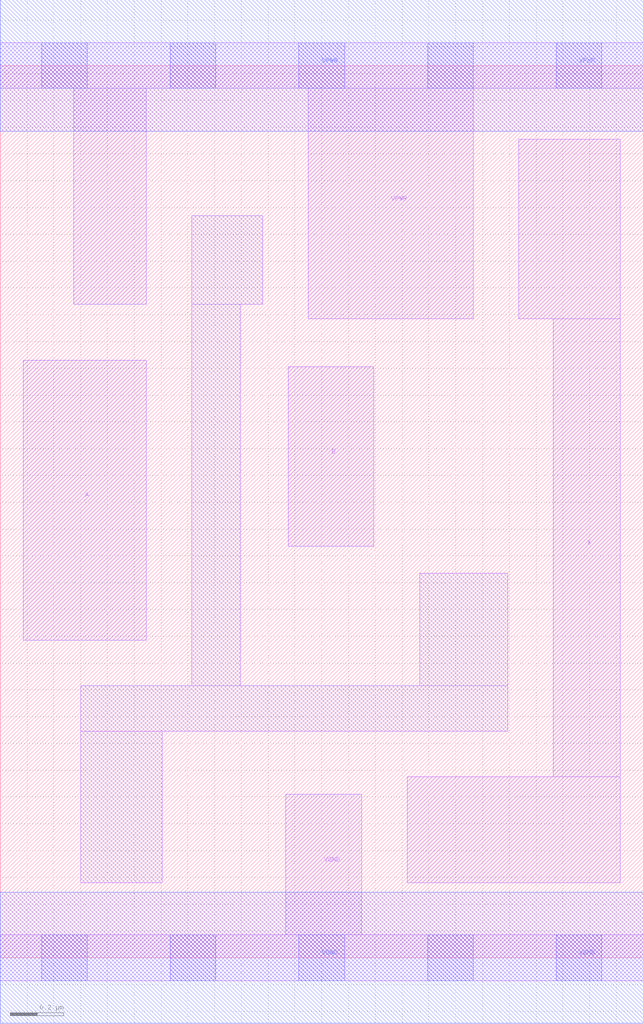
<source format=lef>
# Copyright 2020 The SkyWater PDK Authors
#
# Licensed under the Apache License, Version 2.0 (the "License");
# you may not use this file except in compliance with the License.
# You may obtain a copy of the License at
#
#     https://www.apache.org/licenses/LICENSE-2.0
#
# Unless required by applicable law or agreed to in writing, software
# distributed under the License is distributed on an "AS IS" BASIS,
# WITHOUT WARRANTIES OR CONDITIONS OF ANY KIND, either express or implied.
# See the License for the specific language governing permissions and
# limitations under the License.
#
# SPDX-License-Identifier: Apache-2.0

VERSION 5.7 ;
  NAMESCASESENSITIVE ON ;
  NOWIREEXTENSIONATPIN ON ;
  DIVIDERCHAR "/" ;
  BUSBITCHARS "[]" ;
UNITS
  DATABASE MICRONS 200 ;
END UNITS
MACRO sky130_fd_sc_lp__and2_0
  CLASS CORE ;
  SOURCE USER ;
  FOREIGN sky130_fd_sc_lp__and2_0 ;
  ORIGIN  0.000000  0.000000 ;
  SIZE  2.400000 BY  3.330000 ;
  SYMMETRY X Y R90 ;
  SITE unit ;
  PIN A
    ANTENNAGATEAREA  0.126000 ;
    DIRECTION INPUT ;
    USE SIGNAL ;
    PORT
      LAYER li1 ;
        RECT 0.085000 1.185000 0.545000 2.230000 ;
    END
  END A
  PIN B
    ANTENNAGATEAREA  0.126000 ;
    DIRECTION INPUT ;
    USE SIGNAL ;
    PORT
      LAYER li1 ;
        RECT 1.075000 1.535000 1.395000 2.205000 ;
    END
  END B
  PIN X
    ANTENNADIFFAREA  0.280900 ;
    DIRECTION OUTPUT ;
    USE SIGNAL ;
    PORT
      LAYER li1 ;
        RECT 1.520000 0.280000 2.315000 0.675000 ;
        RECT 1.935000 2.385000 2.315000 3.055000 ;
        RECT 2.065000 0.675000 2.315000 2.385000 ;
    END
  END X
  PIN VGND
    DIRECTION INOUT ;
    USE GROUND ;
    PORT
      LAYER li1 ;
        RECT 0.000000 -0.085000 2.400000 0.085000 ;
        RECT 1.065000  0.085000 1.350000 0.610000 ;
      LAYER mcon ;
        RECT 0.155000 -0.085000 0.325000 0.085000 ;
        RECT 0.635000 -0.085000 0.805000 0.085000 ;
        RECT 1.115000 -0.085000 1.285000 0.085000 ;
        RECT 1.595000 -0.085000 1.765000 0.085000 ;
        RECT 2.075000 -0.085000 2.245000 0.085000 ;
      LAYER met1 ;
        RECT 0.000000 -0.245000 2.400000 0.245000 ;
    END
  END VGND
  PIN VPWR
    DIRECTION INOUT ;
    USE POWER ;
    PORT
      LAYER li1 ;
        RECT 0.000000 3.245000 2.400000 3.415000 ;
        RECT 0.275000 2.440000 0.545000 3.245000 ;
        RECT 1.150000 2.385000 1.765000 3.245000 ;
      LAYER mcon ;
        RECT 0.155000 3.245000 0.325000 3.415000 ;
        RECT 0.635000 3.245000 0.805000 3.415000 ;
        RECT 1.115000 3.245000 1.285000 3.415000 ;
        RECT 1.595000 3.245000 1.765000 3.415000 ;
        RECT 2.075000 3.245000 2.245000 3.415000 ;
      LAYER met1 ;
        RECT 0.000000 3.085000 2.400000 3.575000 ;
    END
  END VPWR
  OBS
    LAYER li1 ;
      RECT 0.300000 0.280000 0.605000 0.845000 ;
      RECT 0.300000 0.845000 1.895000 1.015000 ;
      RECT 0.715000 1.015000 0.895000 2.440000 ;
      RECT 0.715000 2.440000 0.980000 2.770000 ;
      RECT 1.565000 1.015000 1.895000 1.435000 ;
  END
END sky130_fd_sc_lp__and2_0

</source>
